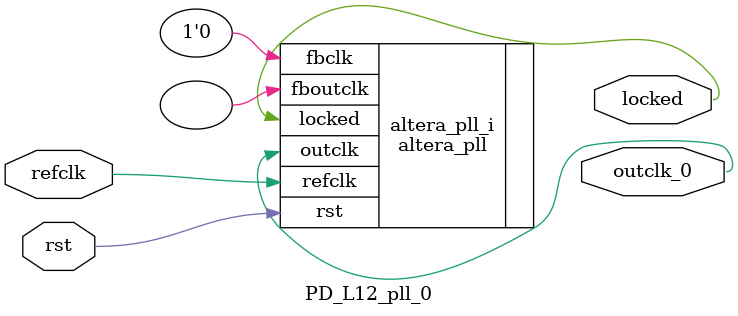
<source format=v>
`timescale 1ns/10ps
module  PD_L12_pll_0(

	// interface 'refclk'
	input wire refclk,

	// interface 'reset'
	input wire rst,

	// interface 'outclk0'
	output wire outclk_0,

	// interface 'locked'
	output wire locked
);

	altera_pll #(
		.fractional_vco_multiplier("false"),
		.reference_clock_frequency("50.0 MHz"),
		.operation_mode("direct"),
		.number_of_clocks(1),
		.output_clock_frequency0("1.171875 MHz"),
		.phase_shift0("0 ps"),
		.duty_cycle0(50),
		.output_clock_frequency1("0 MHz"),
		.phase_shift1("0 ps"),
		.duty_cycle1(50),
		.output_clock_frequency2("0 MHz"),
		.phase_shift2("0 ps"),
		.duty_cycle2(50),
		.output_clock_frequency3("0 MHz"),
		.phase_shift3("0 ps"),
		.duty_cycle3(50),
		.output_clock_frequency4("0 MHz"),
		.phase_shift4("0 ps"),
		.duty_cycle4(50),
		.output_clock_frequency5("0 MHz"),
		.phase_shift5("0 ps"),
		.duty_cycle5(50),
		.output_clock_frequency6("0 MHz"),
		.phase_shift6("0 ps"),
		.duty_cycle6(50),
		.output_clock_frequency7("0 MHz"),
		.phase_shift7("0 ps"),
		.duty_cycle7(50),
		.output_clock_frequency8("0 MHz"),
		.phase_shift8("0 ps"),
		.duty_cycle8(50),
		.output_clock_frequency9("0 MHz"),
		.phase_shift9("0 ps"),
		.duty_cycle9(50),
		.output_clock_frequency10("0 MHz"),
		.phase_shift10("0 ps"),
		.duty_cycle10(50),
		.output_clock_frequency11("0 MHz"),
		.phase_shift11("0 ps"),
		.duty_cycle11(50),
		.output_clock_frequency12("0 MHz"),
		.phase_shift12("0 ps"),
		.duty_cycle12(50),
		.output_clock_frequency13("0 MHz"),
		.phase_shift13("0 ps"),
		.duty_cycle13(50),
		.output_clock_frequency14("0 MHz"),
		.phase_shift14("0 ps"),
		.duty_cycle14(50),
		.output_clock_frequency15("0 MHz"),
		.phase_shift15("0 ps"),
		.duty_cycle15(50),
		.output_clock_frequency16("0 MHz"),
		.phase_shift16("0 ps"),
		.duty_cycle16(50),
		.output_clock_frequency17("0 MHz"),
		.phase_shift17("0 ps"),
		.duty_cycle17(50),
		.pll_type("General"),
		.pll_subtype("General")
	) altera_pll_i (
		.rst	(rst),
		.outclk	({outclk_0}),
		.locked	(locked),
		.fboutclk	( ),
		.fbclk	(1'b0),
		.refclk	(refclk)
	);
endmodule


</source>
